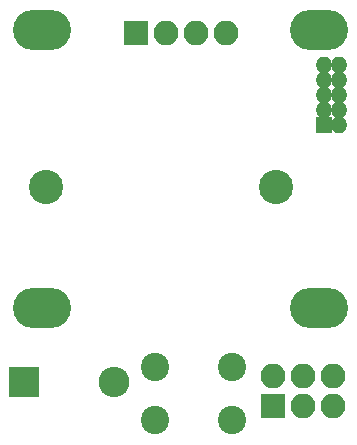
<source format=gbr>
G04 #@! TF.GenerationSoftware,KiCad,Pcbnew,(5.0.0)*
G04 #@! TF.CreationDate,2020-03-15T13:15:32-04:00*
G04 #@! TF.ProjectId,Attiny_IMU_LCD_ETC,417474696E795F494D555F4C43445F45,rev?*
G04 #@! TF.SameCoordinates,Original*
G04 #@! TF.FileFunction,Soldermask,Bot*
G04 #@! TF.FilePolarity,Negative*
%FSLAX46Y46*%
G04 Gerber Fmt 4.6, Leading zero omitted, Abs format (unit mm)*
G04 Created by KiCad (PCBNEW (5.0.0)) date 03/15/20 13:15:32*
%MOMM*%
%LPD*%
G01*
G04 APERTURE LIST*
%ADD10O,1.400000X1.400000*%
%ADD11R,1.400000X1.400000*%
%ADD12O,2.600000X2.600000*%
%ADD13R,2.600000X2.600000*%
%ADD14C,2.400000*%
%ADD15O,4.900000X3.400000*%
%ADD16R,2.100000X2.100000*%
%ADD17O,2.100000X2.100000*%
%ADD18C,2.900000*%
G04 APERTURE END LIST*
D10*
G04 #@! TO.C,J1*
X145020000Y-72460000D03*
X143750000Y-72460000D03*
X145020000Y-73730000D03*
X143750000Y-73730000D03*
X145020000Y-75000000D03*
X143750000Y-75000000D03*
X145020000Y-76270000D03*
X143750000Y-76270000D03*
X145020000Y-77540000D03*
D11*
X143750000Y-77540000D03*
G04 #@! TD*
D12*
G04 #@! TO.C,SW1*
X126000000Y-99250000D03*
D13*
X118380000Y-99250000D03*
G04 #@! TD*
D14*
G04 #@! TO.C,SW2*
X136000000Y-98000000D03*
X136000000Y-102500000D03*
X129500000Y-98000000D03*
X129500000Y-102500000D03*
G04 #@! TD*
D15*
G04 #@! TO.C,U1*
X119900001Y-93000000D03*
X143400001Y-93000000D03*
X119900001Y-69500000D03*
X143400001Y-69500000D03*
D16*
X127850001Y-69700000D03*
D17*
X130390001Y-69700000D03*
X132930001Y-69700000D03*
X135470001Y-69700000D03*
G04 #@! TD*
D18*
G04 #@! TO.C,U2*
X120250000Y-82750000D03*
X139750000Y-82750000D03*
G04 #@! TD*
D17*
G04 #@! TO.C,J2*
X144580000Y-98750000D03*
X144580000Y-101290000D03*
X142040000Y-98750000D03*
X142040000Y-101290000D03*
X139500000Y-98750000D03*
D16*
X139500000Y-101290000D03*
G04 #@! TD*
M02*

</source>
